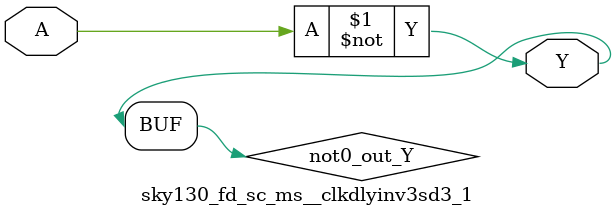
<source format=v>
module sky130_fd_sc_ms__clkdlyinv3sd3_1 (
    Y,
    A
);
    output Y;
    input  A;
    wire not0_out_Y;
    not not0 (not0_out_Y, A              );
    buf buf0 (Y         , not0_out_Y     );
endmodule
</source>
